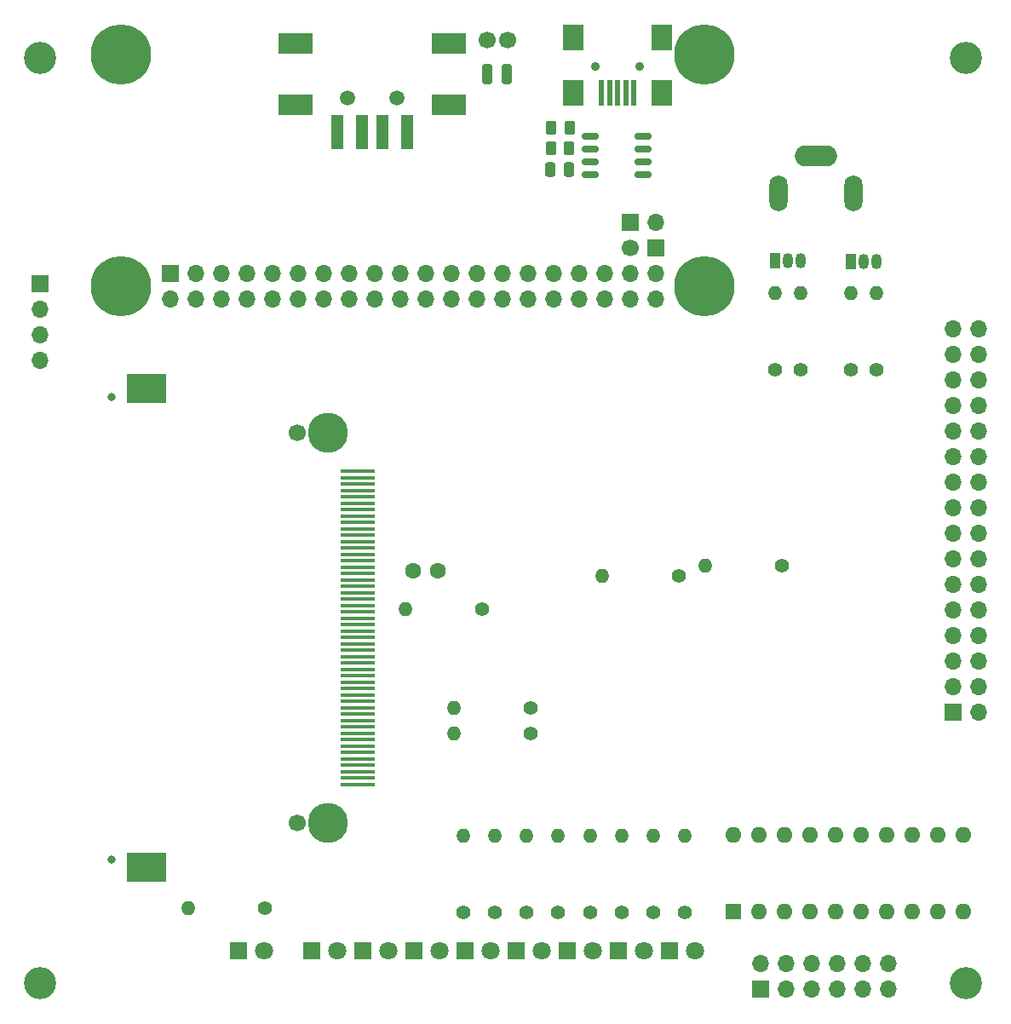
<source format=gts>
G04 #@! TF.GenerationSoftware,KiCad,Pcbnew,7.0.5*
G04 #@! TF.CreationDate,2023-12-17T09:41:48+13:00*
G04 #@! TF.ProjectId,CompactFlash,436f6d70-6163-4744-966c-6173682e6b69,2*
G04 #@! TF.SameCoordinates,Original*
G04 #@! TF.FileFunction,Soldermask,Top*
G04 #@! TF.FilePolarity,Negative*
%FSLAX46Y46*%
G04 Gerber Fmt 4.6, Leading zero omitted, Abs format (unit mm)*
G04 Created by KiCad (PCBNEW 7.0.5) date 2023-12-17 09:41:48*
%MOMM*%
%LPD*%
G01*
G04 APERTURE LIST*
G04 Aperture macros list*
%AMRoundRect*
0 Rectangle with rounded corners*
0 $1 Rounding radius*
0 $2 $3 $4 $5 $6 $7 $8 $9 X,Y pos of 4 corners*
0 Add a 4 corners polygon primitive as box body*
4,1,4,$2,$3,$4,$5,$6,$7,$8,$9,$2,$3,0*
0 Add four circle primitives for the rounded corners*
1,1,$1+$1,$2,$3*
1,1,$1+$1,$4,$5*
1,1,$1+$1,$6,$7*
1,1,$1+$1,$8,$9*
0 Add four rect primitives between the rounded corners*
20,1,$1+$1,$2,$3,$4,$5,0*
20,1,$1+$1,$4,$5,$6,$7,0*
20,1,$1+$1,$6,$7,$8,$9,0*
20,1,$1+$1,$8,$9,$2,$3,0*%
G04 Aperture macros list end*
%ADD10C,1.400000*%
%ADD11O,1.400000X1.400000*%
%ADD12R,1.700000X1.700000*%
%ADD13O,1.700000X1.700000*%
%ADD14RoundRect,0.250000X-0.250000X-0.750000X0.250000X-0.750000X0.250000X0.750000X-0.250000X0.750000X0*%
%ADD15O,1.800000X3.600000*%
%ADD16O,4.200000X2.100000*%
%ADD17C,3.990000*%
%ADD18C,1.700000*%
%ADD19R,4.000000X3.000000*%
%ADD20C,0.800000*%
%ADD21R,3.510000X0.410000*%
%ADD22R,1.600000X1.600000*%
%ADD23O,1.600000X1.600000*%
%ADD24R,1.050000X1.500000*%
%ADD25O,1.050000X1.500000*%
%ADD26R,1.800000X1.800000*%
%ADD27C,1.800000*%
%ADD28RoundRect,0.150000X0.675000X0.150000X-0.675000X0.150000X-0.675000X-0.150000X0.675000X-0.150000X0*%
%ADD29RoundRect,0.250000X0.262500X0.450000X-0.262500X0.450000X-0.262500X-0.450000X0.262500X-0.450000X0*%
%ADD30C,6.000000*%
%ADD31C,0.900000*%
%ADD32R,0.500000X2.500000*%
%ADD33R,2.000000X2.500000*%
%ADD34C,1.500000*%
%ADD35R,1.250000X3.500000*%
%ADD36R,3.500000X2.000000*%
%ADD37C,3.200000*%
%ADD38C,1.600000*%
%ADD39RoundRect,0.250000X-0.250000X-0.475000X0.250000X-0.475000X0.250000X0.475000X-0.250000X0.475000X0*%
G04 APERTURE END LIST*
D10*
X168668650Y-98759749D03*
D11*
X161048650Y-98759749D03*
D12*
X176802277Y-139807976D03*
D13*
X176802277Y-137267976D03*
X179342277Y-139807976D03*
X179342277Y-137267976D03*
X181882277Y-139807976D03*
X181882277Y-137267976D03*
X184422277Y-139807976D03*
X184422277Y-137267976D03*
X186962277Y-139807976D03*
X186962277Y-137267976D03*
X189502277Y-139807976D03*
X189502277Y-137267976D03*
D14*
X151549050Y-48874149D03*
D10*
X180784450Y-78261949D03*
D11*
X180784450Y-70641949D03*
D15*
X186008877Y-60720176D03*
X178508877Y-60720176D03*
D16*
X182258877Y-57020176D03*
D17*
X133745750Y-123321549D03*
X133745750Y-84581549D03*
D18*
X130745750Y-123321549D03*
X130745750Y-84581549D03*
D19*
X115745750Y-127751549D03*
X115745750Y-80151549D03*
D20*
X112245750Y-126951549D03*
X112245750Y-80951549D03*
D21*
X136745750Y-88391549D03*
X136745750Y-89661549D03*
X136745750Y-90931549D03*
X136745750Y-92201549D03*
X136745750Y-93471549D03*
X136745750Y-94741549D03*
X136745750Y-96011549D03*
X136745750Y-97281549D03*
X136745750Y-98551549D03*
X136745750Y-99821549D03*
X136745750Y-101091549D03*
X136745750Y-102361549D03*
X136745750Y-103631549D03*
X136745750Y-104901549D03*
X136745750Y-106171549D03*
X136745750Y-107441549D03*
X136745750Y-108711549D03*
X136745750Y-109981549D03*
X136745750Y-111251549D03*
X136745750Y-112521549D03*
X136745750Y-113791549D03*
X136745750Y-115061549D03*
X136745750Y-116331549D03*
X136745750Y-117601549D03*
X136745750Y-118871549D03*
X136745750Y-89031549D03*
X136745750Y-90301549D03*
X136745750Y-91571549D03*
X136745750Y-92841549D03*
X136745750Y-94111549D03*
X136745750Y-95381549D03*
X136745750Y-96651549D03*
X136745750Y-97921549D03*
X136745750Y-99191549D03*
X136745750Y-100461549D03*
X136745750Y-101731549D03*
X136745750Y-103001549D03*
X136745750Y-104271549D03*
X136745750Y-105541549D03*
X136745750Y-106811549D03*
X136745750Y-108081549D03*
X136745750Y-109351549D03*
X136745750Y-110621549D03*
X136745750Y-111891549D03*
X136745750Y-113161549D03*
X136745750Y-114431549D03*
X136745750Y-115701549D03*
X136745750Y-116971549D03*
X136745750Y-118241549D03*
X136745750Y-119511549D03*
D22*
X174078850Y-132135349D03*
D23*
X176618850Y-132135349D03*
X179158850Y-132135349D03*
X181698850Y-132135349D03*
X184238850Y-132135349D03*
X186778850Y-132135349D03*
X189318850Y-132135349D03*
X191858850Y-132135349D03*
X194398850Y-132135349D03*
X196938850Y-132135349D03*
X196938850Y-124515349D03*
X194398850Y-124515349D03*
X191858850Y-124515349D03*
X189318850Y-124515349D03*
X186778850Y-124515349D03*
X184238850Y-124515349D03*
X181698850Y-124515349D03*
X179158850Y-124515349D03*
X176618850Y-124515349D03*
X174078850Y-124515349D03*
D24*
X185712050Y-67492349D03*
D25*
X186982050Y-67492349D03*
X188252050Y-67492349D03*
D26*
X132138050Y-136015949D03*
D27*
X134678050Y-136015949D03*
D10*
X127469850Y-131830549D03*
D11*
X119849850Y-131830549D03*
D28*
X165062350Y-58932549D03*
X165062350Y-57662549D03*
X165062350Y-56392549D03*
X165062350Y-55122549D03*
X159812350Y-55122549D03*
X159812350Y-56392549D03*
X159812350Y-57662549D03*
X159812350Y-58932549D03*
D26*
X162618050Y-136015949D03*
D27*
X165158050Y-136015949D03*
D29*
X157738350Y-56265549D03*
X155913350Y-56265549D03*
D10*
X156652850Y-132211549D03*
D11*
X156652850Y-124591549D03*
D10*
X159802850Y-132211549D03*
D11*
X159802850Y-124591549D03*
D10*
X169252850Y-132211549D03*
D11*
X169252850Y-124591549D03*
D30*
X113183250Y-69981549D03*
X171183250Y-69981549D03*
X113183250Y-46981549D03*
X171183250Y-46981549D03*
D12*
X118053250Y-68711549D03*
D13*
X118053250Y-71251549D03*
X120593250Y-68711549D03*
X120593250Y-71251549D03*
X123133250Y-68711549D03*
X123133250Y-71251549D03*
X125673250Y-68711549D03*
X125673250Y-71251549D03*
X128213250Y-68711549D03*
X128213250Y-71251549D03*
X130753250Y-68711549D03*
X130753250Y-71251549D03*
X133293250Y-68711549D03*
X133293250Y-71251549D03*
X135833250Y-68711549D03*
X135833250Y-71251549D03*
X138373250Y-68711549D03*
X138373250Y-71251549D03*
X140913250Y-68711549D03*
X140913250Y-71251549D03*
X143453250Y-68711549D03*
X143453250Y-71251549D03*
X145993250Y-68711549D03*
X145993250Y-71251549D03*
X148533250Y-68711549D03*
X148533250Y-71251549D03*
X151073250Y-68711549D03*
X151073250Y-71251549D03*
X153613250Y-68711549D03*
X153613250Y-71251549D03*
X156153250Y-68711549D03*
X156153250Y-71251549D03*
X158693250Y-68711549D03*
X158693250Y-71251549D03*
X161233250Y-68711549D03*
X161233250Y-71251549D03*
X163773250Y-68711549D03*
X163773250Y-71251549D03*
X166313250Y-68711549D03*
X166313250Y-71251549D03*
D12*
X166313250Y-66171549D03*
D18*
X163773250Y-66171549D03*
D12*
X163773250Y-63631549D03*
D13*
X166313250Y-63631549D03*
D18*
X151583250Y-45481549D03*
X149583250Y-45481549D03*
D10*
X147202850Y-132211549D03*
D11*
X147202850Y-124591549D03*
D26*
X152458050Y-136015949D03*
D27*
X154998050Y-136015949D03*
D26*
X124848250Y-136015949D03*
D27*
X127388250Y-136015949D03*
D10*
X149059850Y-102061749D03*
D11*
X141439850Y-102061749D03*
D26*
X142298050Y-136015949D03*
D27*
X144838050Y-136015949D03*
D12*
X195898677Y-112341376D03*
D13*
X198438677Y-112341376D03*
X195898677Y-109801376D03*
X198438677Y-109801376D03*
X195898677Y-107261376D03*
X198438677Y-107261376D03*
X195898677Y-104721376D03*
X198438677Y-104721376D03*
X195898677Y-102181376D03*
X198438677Y-102181376D03*
X195898677Y-99641376D03*
X198438677Y-99641376D03*
X195898677Y-97101376D03*
X198438677Y-97101376D03*
X195898677Y-94561376D03*
X198438677Y-94561376D03*
X195898677Y-92021376D03*
X198438677Y-92021376D03*
X195898677Y-89481376D03*
X198438677Y-89481376D03*
X195898677Y-86941376D03*
X198438677Y-86941376D03*
X195898677Y-84401376D03*
X198438677Y-84401376D03*
X195898677Y-81861376D03*
X198438677Y-81861376D03*
X195898677Y-79321376D03*
X198438677Y-79321376D03*
X195898677Y-76781376D03*
X198438677Y-76781376D03*
X195898677Y-74241376D03*
X198438677Y-74241376D03*
D10*
X185762850Y-78257549D03*
D11*
X185762850Y-70637549D03*
D31*
X164764350Y-48137549D03*
X160364350Y-48137549D03*
D32*
X164164350Y-50737549D03*
X163364350Y-50737549D03*
X162564350Y-50737549D03*
X161764350Y-50737549D03*
X160964350Y-50737549D03*
D33*
X166964350Y-50737549D03*
X166964350Y-45237549D03*
X158164350Y-50737549D03*
X158164350Y-45237549D03*
D10*
X178904850Y-97794549D03*
D11*
X171284850Y-97794549D03*
D26*
X157538050Y-136015949D03*
D27*
X160078050Y-136015949D03*
D10*
X178244450Y-78287349D03*
D11*
X178244450Y-70667349D03*
D10*
X153502850Y-132211549D03*
D11*
X153502850Y-124591549D03*
D10*
X153885850Y-114456949D03*
D11*
X146265850Y-114456949D03*
D26*
X147378050Y-136015949D03*
D27*
X149918050Y-136015949D03*
D34*
X140613250Y-51291549D03*
X135713250Y-51291549D03*
D35*
X141663250Y-54671549D03*
X139163250Y-54671549D03*
X137163250Y-54671549D03*
X134663250Y-54671549D03*
D36*
X145788250Y-51991549D03*
X145788250Y-45891549D03*
X130538250Y-51991549D03*
X130538250Y-45891549D03*
D12*
X105169877Y-69744176D03*
D13*
X105169877Y-72284176D03*
X105169877Y-74824176D03*
X105169877Y-77364176D03*
D37*
X197152277Y-47282976D03*
X105152277Y-139282976D03*
D38*
X142201850Y-98251749D03*
X144701850Y-98251749D03*
D37*
X197152277Y-139282976D03*
D39*
X155838350Y-58424549D03*
X157738350Y-58424549D03*
D37*
X105152277Y-47282976D03*
D26*
X167698050Y-136015949D03*
D27*
X170238050Y-136015949D03*
D10*
X162952850Y-132211549D03*
D11*
X162952850Y-124591549D03*
D10*
X188302850Y-78257549D03*
D11*
X188302850Y-70637549D03*
D10*
X166102850Y-132211549D03*
D11*
X166102850Y-124591549D03*
D14*
X149593250Y-48874149D03*
D24*
X178244450Y-67441549D03*
D25*
X179514450Y-67441549D03*
X180784450Y-67441549D03*
D10*
X153885850Y-111916949D03*
D11*
X146265850Y-111916949D03*
D10*
X150352850Y-132211549D03*
D11*
X150352850Y-124591549D03*
D29*
X157761850Y-54233549D03*
X155936850Y-54233549D03*
D26*
X137218050Y-136015949D03*
D27*
X139758050Y-136015949D03*
M02*

</source>
